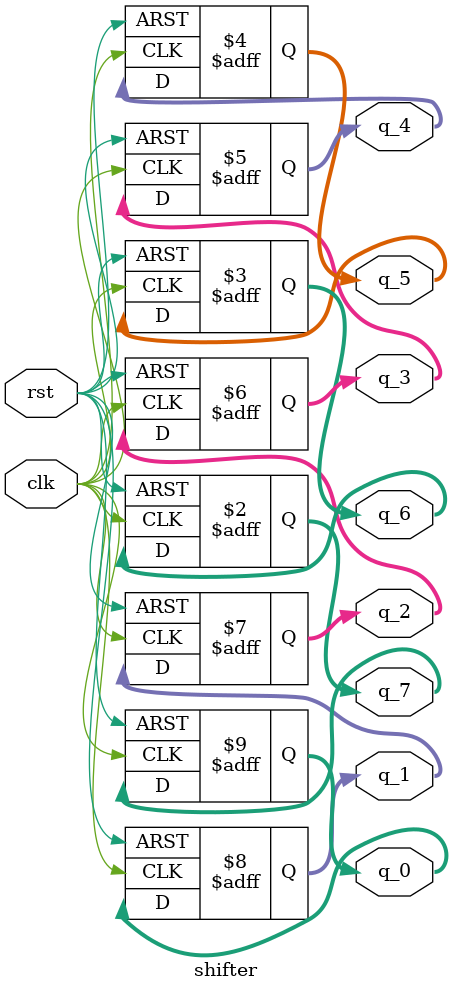
<source format=v>
`timescale 1ns / 1ps


`define D_n 8'b1101_0101
`define D_t 8'b1110_0001
`define D_H 8'b1001_0001
`define D_U 8'b1000_0011
`define D_E 8'b0110_0001
`define D_C 8'b0110_0011
`define D_S 8'b0100_1001


module shifter(rst,clk,q_0,q_1,q_2,q_3,q_4,q_5,q_6,q_7);
    input clk,rst;
    output [7:0]q_7;
    output [7:0]q_6;
    output [7:0]q_5;
    output [7:0]q_4;
    output [7:0]q_3;
    output [7:0]q_2;
    output [7:0]q_1;
    output [7:0]q_0;

    reg [7:0]q_0;
    reg [7:0]q_1;
    reg [7:0]q_2;
    reg [7:0]q_3;
    reg [7:0]q_4;
    reg [7:0]q_5;
    reg [7:0]q_6;
    reg [7:0]q_7;


always@(posedge clk or posedge rst)
    if(rst)
        begin
            q_7 <= `D_n;
            q_6 <= `D_t;
            q_5 <= `D_H;
            q_4 <= `D_U;
            q_3 <= `D_E;
            q_2 <= `D_E;
            q_1 <= `D_C;
            q_0 <= `D_S;
        end
    else
        begin
            q_7 <= q_6;
            q_6 <= q_5;
            q_5 <= q_4;
            q_4 <= q_3;
            q_3 <= q_2;
            q_2 <= q_1;
            q_1 <= q_0;
            q_0 <= q_7;
        end
endmodule

</source>
